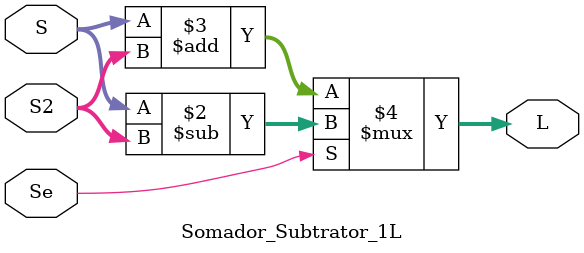
<source format=v>
module Somador_Subtrator_1L(input [3:0]S, S2,
			  input Se,
			  output reg [3:0] L);
	
	always@*
	L = Se ? S-S2 : S+S2;
	
endmodule

</source>
